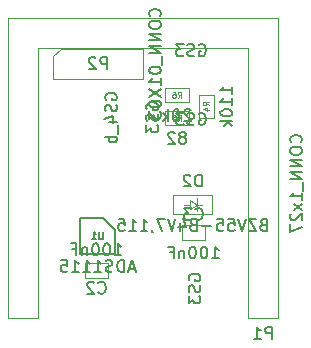
<source format=gbr>
G04 #@! TF.GenerationSoftware,KiCad,Pcbnew,6.0.4-1.fc34*
G04 #@! TF.CreationDate,2023-10-23T18:29:32+02:00*
G04 #@! TF.ProjectId,Microduino_ADC_DE,4d696372-6f64-4756-996e-6f5f4144435f,1.0*
G04 #@! TF.SameCoordinates,Original*
G04 #@! TF.FileFunction,AssemblyDrawing,Bot*
%FSLAX46Y46*%
G04 Gerber Fmt 4.6, Leading zero omitted, Abs format (unit mm)*
G04 Created by KiCad (PCBNEW 6.0.4-1.fc34) date 2023-10-23 18:29:32*
%MOMM*%
%LPD*%
G01*
G04 APERTURE LIST*
%ADD10C,0.150000*%
%ADD11C,0.075000*%
%ADD12C,0.120000*%
%ADD13C,0.100000*%
G04 APERTURE END LIST*
D10*
X164768142Y-74518809D02*
X164815761Y-74471190D01*
X164863380Y-74328333D01*
X164863380Y-74233095D01*
X164815761Y-74090238D01*
X164720523Y-73995000D01*
X164625285Y-73947380D01*
X164434809Y-73899761D01*
X164291952Y-73899761D01*
X164101476Y-73947380D01*
X164006238Y-73995000D01*
X163911000Y-74090238D01*
X163863380Y-74233095D01*
X163863380Y-74328333D01*
X163911000Y-74471190D01*
X163958619Y-74518809D01*
X163863380Y-75137857D02*
X163863380Y-75328333D01*
X163911000Y-75423571D01*
X164006238Y-75518809D01*
X164196714Y-75566428D01*
X164530047Y-75566428D01*
X164720523Y-75518809D01*
X164815761Y-75423571D01*
X164863380Y-75328333D01*
X164863380Y-75137857D01*
X164815761Y-75042619D01*
X164720523Y-74947380D01*
X164530047Y-74899761D01*
X164196714Y-74899761D01*
X164006238Y-74947380D01*
X163911000Y-75042619D01*
X163863380Y-75137857D01*
X164863380Y-75995000D02*
X163863380Y-75995000D01*
X164863380Y-76566428D01*
X163863380Y-76566428D01*
X164863380Y-77042619D02*
X163863380Y-77042619D01*
X164863380Y-77614047D01*
X163863380Y-77614047D01*
X164958619Y-77852142D02*
X164958619Y-78614047D01*
X164863380Y-79375952D02*
X164863380Y-78804523D01*
X164863380Y-79090238D02*
X163863380Y-79090238D01*
X164006238Y-78995000D01*
X164101476Y-78899761D01*
X164149095Y-78804523D01*
X164863380Y-79709285D02*
X164196714Y-80233095D01*
X164196714Y-79709285D02*
X164863380Y-80233095D01*
X163958619Y-80566428D02*
X163911000Y-80614047D01*
X163863380Y-80709285D01*
X163863380Y-80947380D01*
X163911000Y-81042619D01*
X163958619Y-81090238D01*
X164053857Y-81137857D01*
X164149095Y-81137857D01*
X164291952Y-81090238D01*
X164863380Y-80518809D01*
X164863380Y-81137857D01*
X163863380Y-81471190D02*
X163863380Y-82137857D01*
X164863380Y-81709285D01*
X162319095Y-91157380D02*
X162319095Y-90157380D01*
X161938142Y-90157380D01*
X161842904Y-90205000D01*
X161795285Y-90252619D01*
X161747666Y-90347857D01*
X161747666Y-90490714D01*
X161795285Y-90585952D01*
X161842904Y-90633571D01*
X161938142Y-90681190D01*
X162319095Y-90681190D01*
X160795285Y-91157380D02*
X161366714Y-91157380D01*
X161081000Y-91157380D02*
X161081000Y-90157380D01*
X161176238Y-90300238D01*
X161271476Y-90395476D01*
X161366714Y-90443095D01*
X155311000Y-86209523D02*
X155263380Y-86114285D01*
X155263380Y-85971428D01*
X155311000Y-85828571D01*
X155406238Y-85733333D01*
X155501476Y-85685714D01*
X155691952Y-85638095D01*
X155834809Y-85638095D01*
X156025285Y-85685714D01*
X156120523Y-85733333D01*
X156215761Y-85828571D01*
X156263380Y-85971428D01*
X156263380Y-86066666D01*
X156215761Y-86209523D01*
X156168142Y-86257142D01*
X155834809Y-86257142D01*
X155834809Y-86066666D01*
X156215761Y-86638095D02*
X156263380Y-86780952D01*
X156263380Y-87019047D01*
X156215761Y-87114285D01*
X156168142Y-87161904D01*
X156072904Y-87209523D01*
X155977666Y-87209523D01*
X155882428Y-87161904D01*
X155834809Y-87114285D01*
X155787190Y-87019047D01*
X155739571Y-86828571D01*
X155691952Y-86733333D01*
X155644333Y-86685714D01*
X155549095Y-86638095D01*
X155453857Y-86638095D01*
X155358619Y-86685714D01*
X155311000Y-86733333D01*
X155263380Y-86828571D01*
X155263380Y-87066666D01*
X155311000Y-87209523D01*
X155263380Y-87542857D02*
X155263380Y-88161904D01*
X155644333Y-87828571D01*
X155644333Y-87971428D01*
X155691952Y-88066666D01*
X155739571Y-88114285D01*
X155834809Y-88161904D01*
X156072904Y-88161904D01*
X156168142Y-88114285D01*
X156215761Y-88066666D01*
X156263380Y-87971428D01*
X156263380Y-87685714D01*
X156215761Y-87590476D01*
X156168142Y-87542857D01*
X152828142Y-63851190D02*
X152875761Y-63803571D01*
X152923380Y-63660714D01*
X152923380Y-63565476D01*
X152875761Y-63422619D01*
X152780523Y-63327380D01*
X152685285Y-63279761D01*
X152494809Y-63232142D01*
X152351952Y-63232142D01*
X152161476Y-63279761D01*
X152066238Y-63327380D01*
X151971000Y-63422619D01*
X151923380Y-63565476D01*
X151923380Y-63660714D01*
X151971000Y-63803571D01*
X152018619Y-63851190D01*
X151923380Y-64470238D02*
X151923380Y-64660714D01*
X151971000Y-64755952D01*
X152066238Y-64851190D01*
X152256714Y-64898809D01*
X152590047Y-64898809D01*
X152780523Y-64851190D01*
X152875761Y-64755952D01*
X152923380Y-64660714D01*
X152923380Y-64470238D01*
X152875761Y-64375000D01*
X152780523Y-64279761D01*
X152590047Y-64232142D01*
X152256714Y-64232142D01*
X152066238Y-64279761D01*
X151971000Y-64375000D01*
X151923380Y-64470238D01*
X152923380Y-65327380D02*
X151923380Y-65327380D01*
X152923380Y-65898809D01*
X151923380Y-65898809D01*
X152923380Y-66375000D02*
X151923380Y-66375000D01*
X152923380Y-66946428D01*
X151923380Y-66946428D01*
X153018619Y-67184523D02*
X153018619Y-67946428D01*
X151923380Y-68375000D02*
X151923380Y-68470238D01*
X151971000Y-68565476D01*
X152018619Y-68613095D01*
X152113857Y-68660714D01*
X152304333Y-68708333D01*
X152542428Y-68708333D01*
X152732904Y-68660714D01*
X152828142Y-68613095D01*
X152875761Y-68565476D01*
X152923380Y-68470238D01*
X152923380Y-68375000D01*
X152875761Y-68279761D01*
X152828142Y-68232142D01*
X152732904Y-68184523D01*
X152542428Y-68136904D01*
X152304333Y-68136904D01*
X152113857Y-68184523D01*
X152018619Y-68232142D01*
X151971000Y-68279761D01*
X151923380Y-68375000D01*
X152923380Y-69660714D02*
X152923380Y-69089285D01*
X152923380Y-69375000D02*
X151923380Y-69375000D01*
X152066238Y-69279761D01*
X152161476Y-69184523D01*
X152209095Y-69089285D01*
X151923380Y-69994047D02*
X152923380Y-70660714D01*
X151923380Y-70660714D02*
X152923380Y-69994047D01*
X151923380Y-71232142D02*
X151923380Y-71327380D01*
X151971000Y-71422619D01*
X152018619Y-71470238D01*
X152113857Y-71517857D01*
X152304333Y-71565476D01*
X152542428Y-71565476D01*
X152732904Y-71517857D01*
X152828142Y-71470238D01*
X152875761Y-71422619D01*
X152923380Y-71327380D01*
X152923380Y-71232142D01*
X152875761Y-71136904D01*
X152828142Y-71089285D01*
X152732904Y-71041666D01*
X152542428Y-70994047D01*
X152304333Y-70994047D01*
X152113857Y-71041666D01*
X152018619Y-71089285D01*
X151971000Y-71136904D01*
X151923380Y-71232142D01*
X151923380Y-71898809D02*
X151923380Y-72517857D01*
X152304333Y-72184523D01*
X152304333Y-72327380D01*
X152351952Y-72422619D01*
X152399571Y-72470238D01*
X152494809Y-72517857D01*
X152732904Y-72517857D01*
X152828142Y-72470238D01*
X152875761Y-72422619D01*
X152923380Y-72327380D01*
X152923380Y-72041666D01*
X152875761Y-71946428D01*
X152828142Y-71898809D01*
X148339095Y-68327380D02*
X148339095Y-67327380D01*
X147958142Y-67327380D01*
X147862904Y-67375000D01*
X147815285Y-67422619D01*
X147767666Y-67517857D01*
X147767666Y-67660714D01*
X147815285Y-67755952D01*
X147862904Y-67803571D01*
X147958142Y-67851190D01*
X148339095Y-67851190D01*
X147386714Y-67422619D02*
X147339095Y-67375000D01*
X147243857Y-67327380D01*
X147005761Y-67327380D01*
X146910523Y-67375000D01*
X146862904Y-67422619D01*
X146815285Y-67517857D01*
X146815285Y-67613095D01*
X146862904Y-67755952D01*
X147434333Y-68327380D01*
X146815285Y-68327380D01*
X149008619Y-84077380D02*
X149580047Y-84077380D01*
X149294333Y-84077380D02*
X149294333Y-83077380D01*
X149389571Y-83220238D01*
X149484809Y-83315476D01*
X149580047Y-83363095D01*
X148389571Y-83077380D02*
X148294333Y-83077380D01*
X148199095Y-83125000D01*
X148151476Y-83172619D01*
X148103857Y-83267857D01*
X148056238Y-83458333D01*
X148056238Y-83696428D01*
X148103857Y-83886904D01*
X148151476Y-83982142D01*
X148199095Y-84029761D01*
X148294333Y-84077380D01*
X148389571Y-84077380D01*
X148484809Y-84029761D01*
X148532428Y-83982142D01*
X148580047Y-83886904D01*
X148627666Y-83696428D01*
X148627666Y-83458333D01*
X148580047Y-83267857D01*
X148532428Y-83172619D01*
X148484809Y-83125000D01*
X148389571Y-83077380D01*
X147437190Y-83077380D02*
X147341952Y-83077380D01*
X147246714Y-83125000D01*
X147199095Y-83172619D01*
X147151476Y-83267857D01*
X147103857Y-83458333D01*
X147103857Y-83696428D01*
X147151476Y-83886904D01*
X147199095Y-83982142D01*
X147246714Y-84029761D01*
X147341952Y-84077380D01*
X147437190Y-84077380D01*
X147532428Y-84029761D01*
X147580047Y-83982142D01*
X147627666Y-83886904D01*
X147675285Y-83696428D01*
X147675285Y-83458333D01*
X147627666Y-83267857D01*
X147580047Y-83172619D01*
X147532428Y-83125000D01*
X147437190Y-83077380D01*
X146675285Y-83410714D02*
X146675285Y-84077380D01*
X146675285Y-83505952D02*
X146627666Y-83458333D01*
X146532428Y-83410714D01*
X146389571Y-83410714D01*
X146294333Y-83458333D01*
X146246714Y-83553571D01*
X146246714Y-84077380D01*
X145437190Y-83553571D02*
X145770523Y-83553571D01*
X145770523Y-84077380D02*
X145770523Y-83077380D01*
X145294333Y-83077380D01*
X147627666Y-87232142D02*
X147675285Y-87279761D01*
X147818142Y-87327380D01*
X147913380Y-87327380D01*
X148056238Y-87279761D01*
X148151476Y-87184523D01*
X148199095Y-87089285D01*
X148246714Y-86898809D01*
X148246714Y-86755952D01*
X148199095Y-86565476D01*
X148151476Y-86470238D01*
X148056238Y-86375000D01*
X147913380Y-86327380D01*
X147818142Y-86327380D01*
X147675285Y-86375000D01*
X147627666Y-86422619D01*
X147246714Y-86422619D02*
X147199095Y-86375000D01*
X147103857Y-86327380D01*
X146865761Y-86327380D01*
X146770523Y-86375000D01*
X146722904Y-86422619D01*
X146675285Y-86517857D01*
X146675285Y-86613095D01*
X146722904Y-86755952D01*
X147294333Y-87327380D01*
X146675285Y-87327380D01*
X157233619Y-84352380D02*
X157805047Y-84352380D01*
X157519333Y-84352380D02*
X157519333Y-83352380D01*
X157614571Y-83495238D01*
X157709809Y-83590476D01*
X157805047Y-83638095D01*
X156614571Y-83352380D02*
X156519333Y-83352380D01*
X156424095Y-83400000D01*
X156376476Y-83447619D01*
X156328857Y-83542857D01*
X156281238Y-83733333D01*
X156281238Y-83971428D01*
X156328857Y-84161904D01*
X156376476Y-84257142D01*
X156424095Y-84304761D01*
X156519333Y-84352380D01*
X156614571Y-84352380D01*
X156709809Y-84304761D01*
X156757428Y-84257142D01*
X156805047Y-84161904D01*
X156852666Y-83971428D01*
X156852666Y-83733333D01*
X156805047Y-83542857D01*
X156757428Y-83447619D01*
X156709809Y-83400000D01*
X156614571Y-83352380D01*
X155662190Y-83352380D02*
X155566952Y-83352380D01*
X155471714Y-83400000D01*
X155424095Y-83447619D01*
X155376476Y-83542857D01*
X155328857Y-83733333D01*
X155328857Y-83971428D01*
X155376476Y-84161904D01*
X155424095Y-84257142D01*
X155471714Y-84304761D01*
X155566952Y-84352380D01*
X155662190Y-84352380D01*
X155757428Y-84304761D01*
X155805047Y-84257142D01*
X155852666Y-84161904D01*
X155900285Y-83971428D01*
X155900285Y-83733333D01*
X155852666Y-83542857D01*
X155805047Y-83447619D01*
X155757428Y-83400000D01*
X155662190Y-83352380D01*
X154900285Y-83685714D02*
X154900285Y-84352380D01*
X154900285Y-83780952D02*
X154852666Y-83733333D01*
X154757428Y-83685714D01*
X154614571Y-83685714D01*
X154519333Y-83733333D01*
X154471714Y-83828571D01*
X154471714Y-84352380D01*
X153662190Y-83828571D02*
X153995523Y-83828571D01*
X153995523Y-84352380D02*
X153995523Y-83352380D01*
X153519333Y-83352380D01*
X155852666Y-81007142D02*
X155900285Y-81054761D01*
X156043142Y-81102380D01*
X156138380Y-81102380D01*
X156281238Y-81054761D01*
X156376476Y-80959523D01*
X156424095Y-80864285D01*
X156471714Y-80673809D01*
X156471714Y-80530952D01*
X156424095Y-80340476D01*
X156376476Y-80245238D01*
X156281238Y-80150000D01*
X156138380Y-80102380D01*
X156043142Y-80102380D01*
X155900285Y-80150000D01*
X155852666Y-80197619D01*
X155519333Y-80102380D02*
X154900285Y-80102380D01*
X155233619Y-80483333D01*
X155090761Y-80483333D01*
X154995523Y-80530952D01*
X154947904Y-80578571D01*
X154900285Y-80673809D01*
X154900285Y-80911904D01*
X154947904Y-81007142D01*
X154995523Y-81054761D01*
X155090761Y-81102380D01*
X155376476Y-81102380D01*
X155471714Y-81054761D01*
X155519333Y-81007142D01*
X161588380Y-81478571D02*
X161445523Y-81526190D01*
X161397904Y-81573809D01*
X161350285Y-81669047D01*
X161350285Y-81811904D01*
X161397904Y-81907142D01*
X161445523Y-81954761D01*
X161540761Y-82002380D01*
X161921714Y-82002380D01*
X161921714Y-81002380D01*
X161588380Y-81002380D01*
X161493142Y-81050000D01*
X161445523Y-81097619D01*
X161397904Y-81192857D01*
X161397904Y-81288095D01*
X161445523Y-81383333D01*
X161493142Y-81430952D01*
X161588380Y-81478571D01*
X161921714Y-81478571D01*
X161016952Y-81002380D02*
X160350285Y-81002380D01*
X161016952Y-82002380D01*
X160350285Y-82002380D01*
X160112190Y-81002380D02*
X159778857Y-82002380D01*
X159445523Y-81002380D01*
X158636000Y-81002380D02*
X159112190Y-81002380D01*
X159159809Y-81478571D01*
X159112190Y-81430952D01*
X159016952Y-81383333D01*
X158778857Y-81383333D01*
X158683619Y-81430952D01*
X158636000Y-81478571D01*
X158588380Y-81573809D01*
X158588380Y-81811904D01*
X158636000Y-81907142D01*
X158683619Y-81954761D01*
X158778857Y-82002380D01*
X159016952Y-82002380D01*
X159112190Y-81954761D01*
X159159809Y-81907142D01*
X157683619Y-81002380D02*
X158159809Y-81002380D01*
X158207428Y-81478571D01*
X158159809Y-81430952D01*
X158064571Y-81383333D01*
X157826476Y-81383333D01*
X157731238Y-81430952D01*
X157683619Y-81478571D01*
X157636000Y-81573809D01*
X157636000Y-81811904D01*
X157683619Y-81907142D01*
X157731238Y-81954761D01*
X157826476Y-82002380D01*
X158064571Y-82002380D01*
X158159809Y-81954761D01*
X158207428Y-81907142D01*
X157207428Y-81621428D02*
X156445523Y-81621428D01*
X155636000Y-81478571D02*
X155493142Y-81526190D01*
X155445523Y-81573809D01*
X155397904Y-81669047D01*
X155397904Y-81811904D01*
X155445523Y-81907142D01*
X155493142Y-81954761D01*
X155588380Y-82002380D01*
X155969333Y-82002380D01*
X155969333Y-81002380D01*
X155636000Y-81002380D01*
X155540761Y-81050000D01*
X155493142Y-81097619D01*
X155445523Y-81192857D01*
X155445523Y-81288095D01*
X155493142Y-81383333D01*
X155540761Y-81430952D01*
X155636000Y-81478571D01*
X155969333Y-81478571D01*
X154540761Y-81335714D02*
X154540761Y-82002380D01*
X154778857Y-80954761D02*
X155016952Y-81669047D01*
X154397904Y-81669047D01*
X154159809Y-81002380D02*
X153826476Y-82002380D01*
X153493142Y-81002380D01*
X153255047Y-81002380D02*
X152588380Y-81002380D01*
X153016952Y-82002380D01*
X152159809Y-81954761D02*
X152159809Y-82002380D01*
X152207428Y-82097619D01*
X152255047Y-82145238D01*
X151207428Y-82002380D02*
X151778857Y-82002380D01*
X151493142Y-82002380D02*
X151493142Y-81002380D01*
X151588380Y-81145238D01*
X151683619Y-81240476D01*
X151778857Y-81288095D01*
X150255047Y-82002380D02*
X150826476Y-82002380D01*
X150540761Y-82002380D02*
X150540761Y-81002380D01*
X150636000Y-81145238D01*
X150731238Y-81240476D01*
X150826476Y-81288095D01*
X149350285Y-81002380D02*
X149826476Y-81002380D01*
X149874095Y-81478571D01*
X149826476Y-81430952D01*
X149731238Y-81383333D01*
X149493142Y-81383333D01*
X149397904Y-81430952D01*
X149350285Y-81478571D01*
X149302666Y-81573809D01*
X149302666Y-81811904D01*
X149350285Y-81907142D01*
X149397904Y-81954761D01*
X149493142Y-82002380D01*
X149731238Y-82002380D01*
X149826476Y-81954761D01*
X149874095Y-81907142D01*
X156374095Y-78252380D02*
X156374095Y-77252380D01*
X156136000Y-77252380D01*
X155993142Y-77300000D01*
X155897904Y-77395238D01*
X155850285Y-77490476D01*
X155802666Y-77680952D01*
X155802666Y-77823809D01*
X155850285Y-78014285D01*
X155897904Y-78109523D01*
X155993142Y-78204761D01*
X156136000Y-78252380D01*
X156374095Y-78252380D01*
X155421714Y-77347619D02*
X155374095Y-77300000D01*
X155278857Y-77252380D01*
X155040761Y-77252380D01*
X154945523Y-77300000D01*
X154897904Y-77347619D01*
X154850285Y-77442857D01*
X154850285Y-77538095D01*
X154897904Y-77680952D01*
X155469333Y-78252380D01*
X154850285Y-78252380D01*
X151736000Y-71709523D02*
X151688380Y-71614285D01*
X151688380Y-71471428D01*
X151736000Y-71328571D01*
X151831238Y-71233333D01*
X151926476Y-71185714D01*
X152116952Y-71138095D01*
X152259809Y-71138095D01*
X152450285Y-71185714D01*
X152545523Y-71233333D01*
X152640761Y-71328571D01*
X152688380Y-71471428D01*
X152688380Y-71566666D01*
X152640761Y-71709523D01*
X152593142Y-71757142D01*
X152259809Y-71757142D01*
X152259809Y-71566666D01*
X152640761Y-72138095D02*
X152688380Y-72280952D01*
X152688380Y-72519047D01*
X152640761Y-72614285D01*
X152593142Y-72661904D01*
X152497904Y-72709523D01*
X152402666Y-72709523D01*
X152307428Y-72661904D01*
X152259809Y-72614285D01*
X152212190Y-72519047D01*
X152164571Y-72328571D01*
X152116952Y-72233333D01*
X152069333Y-72185714D01*
X151974095Y-72138095D01*
X151878857Y-72138095D01*
X151783619Y-72185714D01*
X151736000Y-72233333D01*
X151688380Y-72328571D01*
X151688380Y-72566666D01*
X151736000Y-72709523D01*
X151688380Y-73042857D02*
X151688380Y-73661904D01*
X152069333Y-73328571D01*
X152069333Y-73471428D01*
X152116952Y-73566666D01*
X152164571Y-73614285D01*
X152259809Y-73661904D01*
X152497904Y-73661904D01*
X152593142Y-73614285D01*
X152640761Y-73566666D01*
X152688380Y-73471428D01*
X152688380Y-73185714D01*
X152640761Y-73090476D01*
X152593142Y-73042857D01*
X148236000Y-70901190D02*
X148188380Y-70805952D01*
X148188380Y-70663095D01*
X148236000Y-70520238D01*
X148331238Y-70425000D01*
X148426476Y-70377380D01*
X148616952Y-70329761D01*
X148759809Y-70329761D01*
X148950285Y-70377380D01*
X149045523Y-70425000D01*
X149140761Y-70520238D01*
X149188380Y-70663095D01*
X149188380Y-70758333D01*
X149140761Y-70901190D01*
X149093142Y-70948809D01*
X148759809Y-70948809D01*
X148759809Y-70758333D01*
X149140761Y-71329761D02*
X149188380Y-71472619D01*
X149188380Y-71710714D01*
X149140761Y-71805952D01*
X149093142Y-71853571D01*
X148997904Y-71901190D01*
X148902666Y-71901190D01*
X148807428Y-71853571D01*
X148759809Y-71805952D01*
X148712190Y-71710714D01*
X148664571Y-71520238D01*
X148616952Y-71425000D01*
X148569333Y-71377380D01*
X148474095Y-71329761D01*
X148378857Y-71329761D01*
X148283619Y-71377380D01*
X148236000Y-71425000D01*
X148188380Y-71520238D01*
X148188380Y-71758333D01*
X148236000Y-71901190D01*
X148521714Y-72758333D02*
X149188380Y-72758333D01*
X148140761Y-72520238D02*
X148855047Y-72282142D01*
X148855047Y-72901190D01*
X149283619Y-73044047D02*
X149283619Y-73805952D01*
X149188380Y-74044047D02*
X148188380Y-74044047D01*
X148569333Y-74044047D02*
X148521714Y-74139285D01*
X148521714Y-74329761D01*
X148569333Y-74425000D01*
X148616952Y-74472619D01*
X148712190Y-74520238D01*
X148997904Y-74520238D01*
X149093142Y-74472619D01*
X149140761Y-74425000D01*
X149188380Y-74329761D01*
X149188380Y-74139285D01*
X149140761Y-74044047D01*
X156176476Y-72100000D02*
X156271714Y-72052380D01*
X156414571Y-72052380D01*
X156557428Y-72100000D01*
X156652666Y-72195238D01*
X156700285Y-72290476D01*
X156747904Y-72480952D01*
X156747904Y-72623809D01*
X156700285Y-72814285D01*
X156652666Y-72909523D01*
X156557428Y-73004761D01*
X156414571Y-73052380D01*
X156319333Y-73052380D01*
X156176476Y-73004761D01*
X156128857Y-72957142D01*
X156128857Y-72623809D01*
X156319333Y-72623809D01*
X155747904Y-73004761D02*
X155605047Y-73052380D01*
X155366952Y-73052380D01*
X155271714Y-73004761D01*
X155224095Y-72957142D01*
X155176476Y-72861904D01*
X155176476Y-72766666D01*
X155224095Y-72671428D01*
X155271714Y-72623809D01*
X155366952Y-72576190D01*
X155557428Y-72528571D01*
X155652666Y-72480952D01*
X155700285Y-72433333D01*
X155747904Y-72338095D01*
X155747904Y-72242857D01*
X155700285Y-72147619D01*
X155652666Y-72100000D01*
X155557428Y-72052380D01*
X155319333Y-72052380D01*
X155176476Y-72100000D01*
X154843142Y-72052380D02*
X154224095Y-72052380D01*
X154557428Y-72433333D01*
X154414571Y-72433333D01*
X154319333Y-72480952D01*
X154271714Y-72528571D01*
X154224095Y-72623809D01*
X154224095Y-72861904D01*
X154271714Y-72957142D01*
X154319333Y-73004761D01*
X154414571Y-73052380D01*
X154700285Y-73052380D01*
X154795523Y-73004761D01*
X154843142Y-72957142D01*
X156176476Y-66275000D02*
X156271714Y-66227380D01*
X156414571Y-66227380D01*
X156557428Y-66275000D01*
X156652666Y-66370238D01*
X156700285Y-66465476D01*
X156747904Y-66655952D01*
X156747904Y-66798809D01*
X156700285Y-66989285D01*
X156652666Y-67084523D01*
X156557428Y-67179761D01*
X156414571Y-67227380D01*
X156319333Y-67227380D01*
X156176476Y-67179761D01*
X156128857Y-67132142D01*
X156128857Y-66798809D01*
X156319333Y-66798809D01*
X155747904Y-67179761D02*
X155605047Y-67227380D01*
X155366952Y-67227380D01*
X155271714Y-67179761D01*
X155224095Y-67132142D01*
X155176476Y-67036904D01*
X155176476Y-66941666D01*
X155224095Y-66846428D01*
X155271714Y-66798809D01*
X155366952Y-66751190D01*
X155557428Y-66703571D01*
X155652666Y-66655952D01*
X155700285Y-66608333D01*
X155747904Y-66513095D01*
X155747904Y-66417857D01*
X155700285Y-66322619D01*
X155652666Y-66275000D01*
X155557428Y-66227380D01*
X155319333Y-66227380D01*
X155176476Y-66275000D01*
X154843142Y-66227380D02*
X154224095Y-66227380D01*
X154557428Y-66608333D01*
X154414571Y-66608333D01*
X154319333Y-66655952D01*
X154271714Y-66703571D01*
X154224095Y-66798809D01*
X154224095Y-67036904D01*
X154271714Y-67132142D01*
X154319333Y-67179761D01*
X154414571Y-67227380D01*
X154700285Y-67227380D01*
X154795523Y-67179761D01*
X154843142Y-67132142D01*
X158963380Y-70403571D02*
X158963380Y-69832142D01*
X158963380Y-70117857D02*
X157963380Y-70117857D01*
X158106238Y-70022619D01*
X158201476Y-69927380D01*
X158249095Y-69832142D01*
X158963380Y-71355952D02*
X158963380Y-70784523D01*
X158963380Y-71070238D02*
X157963380Y-71070238D01*
X158106238Y-70975000D01*
X158201476Y-70879761D01*
X158249095Y-70784523D01*
X157963380Y-71975000D02*
X157963380Y-72070238D01*
X158011000Y-72165476D01*
X158058619Y-72213095D01*
X158153857Y-72260714D01*
X158344333Y-72308333D01*
X158582428Y-72308333D01*
X158772904Y-72260714D01*
X158868142Y-72213095D01*
X158915761Y-72165476D01*
X158963380Y-72070238D01*
X158963380Y-71975000D01*
X158915761Y-71879761D01*
X158868142Y-71832142D01*
X158772904Y-71784523D01*
X158582428Y-71736904D01*
X158344333Y-71736904D01*
X158153857Y-71784523D01*
X158058619Y-71832142D01*
X158011000Y-71879761D01*
X157963380Y-71975000D01*
X158963380Y-72736904D02*
X157963380Y-72736904D01*
X158582428Y-72832142D02*
X158963380Y-73117857D01*
X158296714Y-73117857D02*
X158677666Y-72736904D01*
D11*
X156987190Y-71391666D02*
X156749095Y-71225000D01*
X156987190Y-71105952D02*
X156487190Y-71105952D01*
X156487190Y-71296428D01*
X156511000Y-71344047D01*
X156534809Y-71367857D01*
X156582428Y-71391666D01*
X156653857Y-71391666D01*
X156701476Y-71367857D01*
X156725285Y-71344047D01*
X156749095Y-71296428D01*
X156749095Y-71105952D01*
X156653857Y-71820238D02*
X156987190Y-71820238D01*
X156463380Y-71701190D02*
X156820523Y-71582142D01*
X156820523Y-71891666D01*
D10*
X154857428Y-74080952D02*
X154952666Y-74033333D01*
X155000285Y-73985714D01*
X155047904Y-73890476D01*
X155047904Y-73842857D01*
X155000285Y-73747619D01*
X154952666Y-73700000D01*
X154857428Y-73652380D01*
X154666952Y-73652380D01*
X154571714Y-73700000D01*
X154524095Y-73747619D01*
X154476476Y-73842857D01*
X154476476Y-73890476D01*
X154524095Y-73985714D01*
X154571714Y-74033333D01*
X154666952Y-74080952D01*
X154857428Y-74080952D01*
X154952666Y-74128571D01*
X155000285Y-74176190D01*
X155047904Y-74271428D01*
X155047904Y-74461904D01*
X155000285Y-74557142D01*
X154952666Y-74604761D01*
X154857428Y-74652380D01*
X154666952Y-74652380D01*
X154571714Y-74604761D01*
X154524095Y-74557142D01*
X154476476Y-74461904D01*
X154476476Y-74271428D01*
X154524095Y-74176190D01*
X154571714Y-74128571D01*
X154666952Y-74080952D01*
X154095523Y-73747619D02*
X154047904Y-73700000D01*
X153952666Y-73652380D01*
X153714571Y-73652380D01*
X153619333Y-73700000D01*
X153571714Y-73747619D01*
X153524095Y-73842857D01*
X153524095Y-73938095D01*
X153571714Y-74080952D01*
X154143142Y-74652380D01*
X153524095Y-74652380D01*
D11*
X154369333Y-72676190D02*
X154536000Y-72438095D01*
X154655047Y-72676190D02*
X154655047Y-72176190D01*
X154464571Y-72176190D01*
X154416952Y-72200000D01*
X154393142Y-72223809D01*
X154369333Y-72271428D01*
X154369333Y-72342857D01*
X154393142Y-72390476D01*
X154416952Y-72414285D01*
X154464571Y-72438095D01*
X154655047Y-72438095D01*
X153916952Y-72176190D02*
X154155047Y-72176190D01*
X154178857Y-72414285D01*
X154155047Y-72390476D01*
X154107428Y-72366666D01*
X153988380Y-72366666D01*
X153940761Y-72390476D01*
X153916952Y-72414285D01*
X153893142Y-72461904D01*
X153893142Y-72580952D01*
X153916952Y-72628571D01*
X153940761Y-72652380D01*
X153988380Y-72676190D01*
X154107428Y-72676190D01*
X154155047Y-72652380D01*
X154178857Y-72628571D01*
D10*
X155452666Y-71822619D02*
X155405047Y-71775000D01*
X155309809Y-71727380D01*
X155071714Y-71727380D01*
X154976476Y-71775000D01*
X154928857Y-71822619D01*
X154881238Y-71917857D01*
X154881238Y-72013095D01*
X154928857Y-72155952D01*
X155500285Y-72727380D01*
X154881238Y-72727380D01*
X154262190Y-71727380D02*
X154166952Y-71727380D01*
X154071714Y-71775000D01*
X154024095Y-71822619D01*
X153976476Y-71917857D01*
X153928857Y-72108333D01*
X153928857Y-72346428D01*
X153976476Y-72536904D01*
X154024095Y-72632142D01*
X154071714Y-72679761D01*
X154166952Y-72727380D01*
X154262190Y-72727380D01*
X154357428Y-72679761D01*
X154405047Y-72632142D01*
X154452666Y-72536904D01*
X154500285Y-72346428D01*
X154500285Y-72108333D01*
X154452666Y-71917857D01*
X154405047Y-71822619D01*
X154357428Y-71775000D01*
X154262190Y-71727380D01*
X153500285Y-72727380D02*
X153500285Y-71727380D01*
X153405047Y-72346428D02*
X153119333Y-72727380D01*
X153119333Y-72060714D02*
X153500285Y-72441666D01*
D11*
X154369333Y-70751190D02*
X154536000Y-70513095D01*
X154655047Y-70751190D02*
X154655047Y-70251190D01*
X154464571Y-70251190D01*
X154416952Y-70275000D01*
X154393142Y-70298809D01*
X154369333Y-70346428D01*
X154369333Y-70417857D01*
X154393142Y-70465476D01*
X154416952Y-70489285D01*
X154464571Y-70513095D01*
X154655047Y-70513095D01*
X153940761Y-70251190D02*
X154036000Y-70251190D01*
X154083619Y-70275000D01*
X154107428Y-70298809D01*
X154155047Y-70370238D01*
X154178857Y-70465476D01*
X154178857Y-70655952D01*
X154155047Y-70703571D01*
X154131238Y-70727380D01*
X154083619Y-70751190D01*
X153988380Y-70751190D01*
X153940761Y-70727380D01*
X153916952Y-70703571D01*
X153893142Y-70655952D01*
X153893142Y-70536904D01*
X153916952Y-70489285D01*
X153940761Y-70465476D01*
X153988380Y-70441666D01*
X154083619Y-70441666D01*
X154131238Y-70465476D01*
X154155047Y-70489285D01*
X154178857Y-70536904D01*
D10*
X150680047Y-85216666D02*
X150203857Y-85216666D01*
X150775285Y-85502380D02*
X150441952Y-84502380D01*
X150108619Y-85502380D01*
X149775285Y-85502380D02*
X149775285Y-84502380D01*
X149537190Y-84502380D01*
X149394333Y-84550000D01*
X149299095Y-84645238D01*
X149251476Y-84740476D01*
X149203857Y-84930952D01*
X149203857Y-85073809D01*
X149251476Y-85264285D01*
X149299095Y-85359523D01*
X149394333Y-85454761D01*
X149537190Y-85502380D01*
X149775285Y-85502380D01*
X148822904Y-85454761D02*
X148680047Y-85502380D01*
X148441952Y-85502380D01*
X148346714Y-85454761D01*
X148299095Y-85407142D01*
X148251476Y-85311904D01*
X148251476Y-85216666D01*
X148299095Y-85121428D01*
X148346714Y-85073809D01*
X148441952Y-85026190D01*
X148632428Y-84978571D01*
X148727666Y-84930952D01*
X148775285Y-84883333D01*
X148822904Y-84788095D01*
X148822904Y-84692857D01*
X148775285Y-84597619D01*
X148727666Y-84550000D01*
X148632428Y-84502380D01*
X148394333Y-84502380D01*
X148251476Y-84550000D01*
X147299095Y-85502380D02*
X147870523Y-85502380D01*
X147584809Y-85502380D02*
X147584809Y-84502380D01*
X147680047Y-84645238D01*
X147775285Y-84740476D01*
X147870523Y-84788095D01*
X146346714Y-85502380D02*
X146918142Y-85502380D01*
X146632428Y-85502380D02*
X146632428Y-84502380D01*
X146727666Y-84645238D01*
X146822904Y-84740476D01*
X146918142Y-84788095D01*
X145394333Y-85502380D02*
X145965761Y-85502380D01*
X145680047Y-85502380D02*
X145680047Y-84502380D01*
X145775285Y-84645238D01*
X145870523Y-84740476D01*
X145965761Y-84788095D01*
X144489571Y-84502380D02*
X144965761Y-84502380D01*
X145013380Y-84978571D01*
X144965761Y-84930952D01*
X144870523Y-84883333D01*
X144632428Y-84883333D01*
X144537190Y-84930952D01*
X144489571Y-84978571D01*
X144441952Y-85073809D01*
X144441952Y-85311904D01*
X144489571Y-85407142D01*
X144537190Y-85454761D01*
X144632428Y-85502380D01*
X144870523Y-85502380D01*
X144965761Y-85454761D01*
X145013380Y-85407142D01*
X148018142Y-82121428D02*
X148018142Y-82607142D01*
X147989571Y-82664285D01*
X147961000Y-82692857D01*
X147903857Y-82721428D01*
X147789571Y-82721428D01*
X147732428Y-82692857D01*
X147703857Y-82664285D01*
X147675285Y-82607142D01*
X147675285Y-82121428D01*
X147075285Y-82721428D02*
X147418142Y-82721428D01*
X147246714Y-82721428D02*
X147246714Y-82121428D01*
X147303857Y-82207142D01*
X147361000Y-82264285D01*
X147418142Y-82292857D01*
D12*
X162851000Y-89435000D02*
X160311000Y-89435000D01*
X160311000Y-66575000D02*
X142531000Y-66575000D01*
X139991000Y-64035000D02*
X162851000Y-64035000D01*
X142531000Y-89435000D02*
X139991000Y-89435000D01*
X162851000Y-64035000D02*
X162851000Y-89435000D01*
X139991000Y-89435000D02*
X139991000Y-64035000D01*
X160311000Y-89435000D02*
X160311000Y-66575000D01*
X142531000Y-66575000D02*
X142531000Y-89435000D01*
D13*
X144426000Y-66605000D02*
X143791000Y-67240000D01*
X143791000Y-69145000D02*
X151411000Y-69145000D01*
X143791000Y-67240000D02*
X143791000Y-69145000D01*
X151411000Y-69145000D02*
X151411000Y-66605000D01*
X151411000Y-66605000D02*
X144426000Y-66605000D01*
X146461000Y-84755000D02*
X146461000Y-85995000D01*
X148461000Y-84755000D02*
X146461000Y-84755000D01*
X146461000Y-85995000D02*
X148461000Y-85995000D01*
X148461000Y-85995000D02*
X148461000Y-84755000D01*
X154686000Y-81530000D02*
X154686000Y-82770000D01*
X156686000Y-82770000D02*
X156686000Y-81530000D01*
X154686000Y-82770000D02*
X156686000Y-82770000D01*
X156686000Y-81530000D02*
X154686000Y-81530000D01*
X155386000Y-79800000D02*
X154886000Y-79800000D01*
X153986000Y-80600000D02*
X157286000Y-80600000D01*
X153986000Y-79000000D02*
X153986000Y-80600000D01*
X155986000Y-79800000D02*
X155986000Y-80350000D01*
X155386000Y-79400000D02*
X155386000Y-80200000D01*
X157286000Y-80600000D02*
X157286000Y-79000000D01*
X157286000Y-79000000D02*
X153986000Y-79000000D01*
X155986000Y-79800000D02*
X155386000Y-79400000D01*
X155386000Y-80200000D02*
X155986000Y-79800000D01*
X155986000Y-79800000D02*
X155986000Y-79250000D01*
X156386000Y-79800000D02*
X155986000Y-79800000D01*
X156141000Y-70475000D02*
X156141000Y-72475000D01*
X156141000Y-72475000D02*
X157381000Y-72475000D01*
X157381000Y-72475000D02*
X157381000Y-70475000D01*
X157381000Y-70475000D02*
X156141000Y-70475000D01*
X153286000Y-71830000D02*
X153286000Y-73070000D01*
X155286000Y-73070000D02*
X155286000Y-71830000D01*
X155286000Y-71830000D02*
X153286000Y-71830000D01*
X153286000Y-73070000D02*
X155286000Y-73070000D01*
X155286000Y-69905000D02*
X153286000Y-69905000D01*
X153286000Y-71145000D02*
X155286000Y-71145000D01*
X153286000Y-69905000D02*
X153286000Y-71145000D01*
X155286000Y-71145000D02*
X155286000Y-69905000D01*
D10*
X148061000Y-80950000D02*
X146061000Y-80950000D01*
X146061000Y-80950000D02*
X146061000Y-83950000D01*
X146061000Y-83950000D02*
X149061000Y-83950000D01*
X149061000Y-83950000D02*
X149061000Y-81950000D01*
X149061000Y-81950000D02*
X148061000Y-80950000D01*
M02*

</source>
